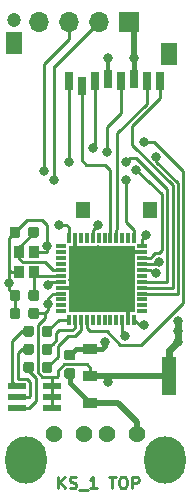
<source format=gbr>
G04 #@! TF.GenerationSoftware,KiCad,Pcbnew,(5.0.2)-1*
G04 #@! TF.CreationDate,2022-05-07T19:17:55+02:00*
G04 #@! TF.ProjectId,Pendrive_v1,50656e64-7269-4766-955f-76312e6b6963,rev?*
G04 #@! TF.SameCoordinates,Original*
G04 #@! TF.FileFunction,Copper,L1,Top*
G04 #@! TF.FilePolarity,Positive*
%FSLAX46Y46*%
G04 Gerber Fmt 4.6, Leading zero omitted, Abs format (unit mm)*
G04 Created by KiCad (PCBNEW (5.0.2)-1) date 07.05.2022 19:17:55*
%MOMM*%
%LPD*%
G01*
G04 APERTURE LIST*
G04 #@! TA.AperFunction,NonConductor*
%ADD10C,0.250000*%
G04 #@! TD*
G04 #@! TA.AperFunction,SMDPad,CuDef*
%ADD11R,5.650000X5.650000*%
G04 #@! TD*
G04 #@! TA.AperFunction,SMDPad,CuDef*
%ADD12R,0.300000X0.850000*%
G04 #@! TD*
G04 #@! TA.AperFunction,SMDPad,CuDef*
%ADD13R,0.850000X0.300000*%
G04 #@! TD*
G04 #@! TA.AperFunction,ComponentPad*
%ADD14O,1.700000X1.700000*%
G04 #@! TD*
G04 #@! TA.AperFunction,ComponentPad*
%ADD15R,1.700000X1.700000*%
G04 #@! TD*
G04 #@! TA.AperFunction,ComponentPad*
%ADD16C,1.431000*%
G04 #@! TD*
G04 #@! TA.AperFunction,ComponentPad*
%ADD17O,3.500000X4.000000*%
G04 #@! TD*
G04 #@! TA.AperFunction,SMDPad,CuDef*
%ADD18R,1.400000X1.900000*%
G04 #@! TD*
G04 #@! TA.AperFunction,SMDPad,CuDef*
%ADD19R,1.300000X1.400000*%
G04 #@! TD*
G04 #@! TA.AperFunction,SMDPad,CuDef*
%ADD20R,0.800000X1.500000*%
G04 #@! TD*
G04 #@! TA.AperFunction,SMDPad,CuDef*
%ADD21R,0.900000X1.000000*%
G04 #@! TD*
G04 #@! TA.AperFunction,Conductor*
%ADD22C,0.100000*%
G04 #@! TD*
G04 #@! TA.AperFunction,SMDPad,CuDef*
%ADD23C,0.875000*%
G04 #@! TD*
G04 #@! TA.AperFunction,SMDPad,CuDef*
%ADD24R,1.300000X0.950000*%
G04 #@! TD*
G04 #@! TA.AperFunction,SMDPad,CuDef*
%ADD25R,1.300000X3.250000*%
G04 #@! TD*
G04 #@! TA.AperFunction,SMDPad,CuDef*
%ADD26R,1.600000X0.500000*%
G04 #@! TD*
G04 #@! TA.AperFunction,ViaPad*
%ADD27C,0.800000*%
G04 #@! TD*
G04 #@! TA.AperFunction,ViaPad*
%ADD28C,1.200000*%
G04 #@! TD*
G04 #@! TA.AperFunction,Conductor*
%ADD29C,0.250000*%
G04 #@! TD*
G04 #@! TA.AperFunction,Conductor*
%ADD30C,0.350000*%
G04 #@! TD*
G04 #@! TA.AperFunction,Conductor*
%ADD31C,0.400000*%
G04 #@! TD*
G04 #@! TA.AperFunction,Conductor*
%ADD32C,0.300000*%
G04 #@! TD*
G04 #@! TA.AperFunction,Conductor*
%ADD33C,0.500000*%
G04 #@! TD*
G04 #@! TA.AperFunction,Conductor*
%ADD34C,0.600000*%
G04 #@! TD*
G04 APERTURE END LIST*
D10*
X105119047Y-140952380D02*
X105119047Y-139952380D01*
X105690476Y-140952380D02*
X105261904Y-140380952D01*
X105690476Y-139952380D02*
X105119047Y-140523809D01*
X106071428Y-140904761D02*
X106214285Y-140952380D01*
X106452380Y-140952380D01*
X106547619Y-140904761D01*
X106595238Y-140857142D01*
X106642857Y-140761904D01*
X106642857Y-140666666D01*
X106595238Y-140571428D01*
X106547619Y-140523809D01*
X106452380Y-140476190D01*
X106261904Y-140428571D01*
X106166666Y-140380952D01*
X106119047Y-140333333D01*
X106071428Y-140238095D01*
X106071428Y-140142857D01*
X106119047Y-140047619D01*
X106166666Y-140000000D01*
X106261904Y-139952380D01*
X106500000Y-139952380D01*
X106642857Y-140000000D01*
X106833333Y-141047619D02*
X107595238Y-141047619D01*
X108357142Y-140952380D02*
X107785714Y-140952380D01*
X108071428Y-140952380D02*
X108071428Y-139952380D01*
X107976190Y-140095238D01*
X107880952Y-140190476D01*
X107785714Y-140238095D01*
X109404761Y-139952380D02*
X109976190Y-139952380D01*
X109690476Y-140952380D02*
X109690476Y-139952380D01*
X110500000Y-139952380D02*
X110690476Y-139952380D01*
X110785714Y-140000000D01*
X110880952Y-140095238D01*
X110928571Y-140285714D01*
X110928571Y-140619047D01*
X110880952Y-140809523D01*
X110785714Y-140904761D01*
X110690476Y-140952380D01*
X110500000Y-140952380D01*
X110404761Y-140904761D01*
X110309523Y-140809523D01*
X110261904Y-140619047D01*
X110261904Y-140285714D01*
X110309523Y-140095238D01*
X110404761Y-140000000D01*
X110500000Y-139952380D01*
X111357142Y-140952380D02*
X111357142Y-139952380D01*
X111738095Y-139952380D01*
X111833333Y-140000000D01*
X111880952Y-140047619D01*
X111928571Y-140142857D01*
X111928571Y-140285714D01*
X111880952Y-140380952D01*
X111833333Y-140428571D01*
X111738095Y-140476190D01*
X111357142Y-140476190D01*
D11*
G04 #@! TO.P,IC1,49*
G04 #@! TO.N,GND*
X108785000Y-123206000D03*
D12*
G04 #@! TO.P,IC1,48*
G04 #@! TO.N,+3V3*
X106035000Y-119756000D03*
G04 #@! TO.P,IC1,47*
G04 #@! TO.N,GND*
X106535000Y-119756000D03*
G04 #@! TO.P,IC1,46*
G04 #@! TO.N,Net-(IC1-Pad46)*
X107035000Y-119756000D03*
G04 #@! TO.P,IC1,45*
G04 #@! TO.N,Net-(IC1-Pad45)*
X107535000Y-119756000D03*
G04 #@! TO.P,IC1,44*
G04 #@! TO.N,Net-(IC1-Pad44)*
X108035000Y-119756000D03*
G04 #@! TO.P,IC1,43*
G04 #@! TO.N,Net-(IC1-Pad43)*
X108535000Y-119756000D03*
G04 #@! TO.P,IC1,42*
G04 #@! TO.N,Net-(IC1-Pad42)*
X109035000Y-119756000D03*
G04 #@! TO.P,IC1,41*
G04 #@! TO.N,/D3*
X109535000Y-119756000D03*
G04 #@! TO.P,IC1,40*
G04 #@! TO.N,/D0*
X110035000Y-119756000D03*
G04 #@! TO.P,IC1,39*
G04 #@! TO.N,Net-(IC1-Pad39)*
X110535000Y-119756000D03*
G04 #@! TO.P,IC1,38*
G04 #@! TO.N,Net-(IC1-Pad38)*
X111035000Y-119756000D03*
G04 #@! TO.P,IC1,37*
G04 #@! TO.N,/DEB-CLK*
X111535000Y-119756000D03*
D13*
G04 #@! TO.P,IC1,36*
G04 #@! TO.N,+3V3*
X112235000Y-120456000D03*
G04 #@! TO.P,IC1,35*
G04 #@! TO.N,GND*
X112235000Y-120956000D03*
G04 #@! TO.P,IC1,34*
G04 #@! TO.N,/DEB-IO*
X112235000Y-121456000D03*
G04 #@! TO.P,IC1,33*
G04 #@! TO.N,/D+*
X112235000Y-121956000D03*
G04 #@! TO.P,IC1,32*
G04 #@! TO.N,/D-*
X112235000Y-122456000D03*
G04 #@! TO.P,IC1,31*
G04 #@! TO.N,Net-(IC1-Pad31)*
X112235000Y-122956000D03*
G04 #@! TO.P,IC1,30*
G04 #@! TO.N,/D2*
X112235000Y-123456000D03*
G04 #@! TO.P,IC1,29*
G04 #@! TO.N,/D1*
X112235000Y-123956000D03*
G04 #@! TO.P,IC1,28*
G04 #@! TO.N,/CLK*
X112235000Y-124456000D03*
G04 #@! TO.P,IC1,27*
G04 #@! TO.N,Net-(IC1-Pad27)*
X112235000Y-124956000D03*
G04 #@! TO.P,IC1,26*
G04 #@! TO.N,Net-(IC1-Pad26)*
X112235000Y-125456000D03*
G04 #@! TO.P,IC1,25*
G04 #@! TO.N,Net-(IC1-Pad25)*
X112235000Y-125956000D03*
D12*
G04 #@! TO.P,IC1,24*
G04 #@! TO.N,+3V3*
X111535000Y-126656000D03*
G04 #@! TO.P,IC1,23*
G04 #@! TO.N,GND*
X111035000Y-126656000D03*
G04 #@! TO.P,IC1,22*
G04 #@! TO.N,Net-(C12-Pad1)*
X110535000Y-126656000D03*
G04 #@! TO.P,IC1,21*
G04 #@! TO.N,Net-(IC1-Pad21)*
X110035000Y-126656000D03*
G04 #@! TO.P,IC1,20*
G04 #@! TO.N,Net-(IC1-Pad20)*
X109535000Y-126656000D03*
G04 #@! TO.P,IC1,19*
G04 #@! TO.N,Net-(IC1-Pad19)*
X109035000Y-126656000D03*
G04 #@! TO.P,IC1,18*
G04 #@! TO.N,Net-(IC1-Pad18)*
X108535000Y-126656000D03*
G04 #@! TO.P,IC1,17*
G04 #@! TO.N,Net-(IC1-Pad17)*
X108035000Y-126656000D03*
G04 #@! TO.P,IC1,16*
G04 #@! TO.N,/CMD*
X107535000Y-126656000D03*
G04 #@! TO.P,IC1,15*
G04 #@! TO.N,/LD_B*
X107035000Y-126656000D03*
G04 #@! TO.P,IC1,14*
G04 #@! TO.N,/LD_G*
X106535000Y-126656000D03*
G04 #@! TO.P,IC1,13*
G04 #@! TO.N,/LD_R*
X106035000Y-126656000D03*
D13*
G04 #@! TO.P,IC1,12*
G04 #@! TO.N,Net-(IC1-Pad12)*
X105335000Y-125956000D03*
G04 #@! TO.P,IC1,11*
G04 #@! TO.N,Net-(IC1-Pad11)*
X105335000Y-125456000D03*
G04 #@! TO.P,IC1,10*
G04 #@! TO.N,Net-(IC1-Pad10)*
X105335000Y-124956000D03*
G04 #@! TO.P,IC1,9*
G04 #@! TO.N,+3V3*
X105335000Y-124456000D03*
G04 #@! TO.P,IC1,8*
G04 #@! TO.N,GND*
X105335000Y-123956000D03*
G04 #@! TO.P,IC1,7*
G04 #@! TO.N,Net-(C9-Pad1)*
X105335000Y-123456000D03*
G04 #@! TO.P,IC1,6*
G04 #@! TO.N,Net-(C5-Pad1)*
X105335000Y-122956000D03*
G04 #@! TO.P,IC1,5*
G04 #@! TO.N,Net-(C6-Pad1)*
X105335000Y-122456000D03*
G04 #@! TO.P,IC1,4*
G04 #@! TO.N,Net-(IC1-Pad4)*
X105335000Y-121956000D03*
G04 #@! TO.P,IC1,3*
G04 #@! TO.N,Net-(IC1-Pad3)*
X105335000Y-121456000D03*
G04 #@! TO.P,IC1,2*
G04 #@! TO.N,Net-(IC1-Pad2)*
X105335000Y-120956000D03*
G04 #@! TO.P,IC1,1*
G04 #@! TO.N,Net-(IC1-Pad1)*
X105335000Y-120456000D03*
G04 #@! TD*
D14*
G04 #@! TO.P,J3,4*
G04 #@! TO.N,+3V3*
X103505000Y-101446000D03*
G04 #@! TO.P,J3,3*
G04 #@! TO.N,/DEB-IO*
X106045000Y-101446000D03*
G04 #@! TO.P,J3,2*
G04 #@! TO.N,/DEB-CLK*
X108585000Y-101446000D03*
D15*
G04 #@! TO.P,J3,1*
G04 #@! TO.N,GND*
X111125000Y-101446000D03*
G04 #@! TD*
D16*
G04 #@! TO.P,J2,1*
G04 #@! TO.N,+5V*
X111760000Y-136379000D03*
G04 #@! TO.P,J2,2*
G04 #@! TO.N,Net-(J2-Pad2)*
X109260000Y-136379000D03*
G04 #@! TO.P,J2,3*
G04 #@! TO.N,Net-(J2-Pad3)*
X107260000Y-136379000D03*
G04 #@! TO.P,J2,4*
G04 #@! TO.N,GND*
X104760000Y-136379000D03*
D17*
G04 #@! TO.P,J2,MH1*
X102410000Y-138579000D03*
G04 #@! TO.P,J2,MH2*
X114110000Y-138579000D03*
G04 #@! TD*
D18*
G04 #@! TO.P,J1,13*
G04 #@! TO.N,N/C*
X101350000Y-103209000D03*
G04 #@! TO.P,J1,12*
X114500000Y-104209000D03*
D19*
G04 #@! TO.P,J1,11*
X107200000Y-117359000D03*
G04 #@! TO.P,J1,9*
X112900000Y-117359000D03*
D20*
G04 #@! TO.P,J1,8*
G04 #@! TO.N,/D1*
X113710000Y-106499000D03*
G04 #@! TO.P,J1,7*
G04 #@! TO.N,/D0*
X112610000Y-106499000D03*
G04 #@! TO.P,J1,6*
G04 #@! TO.N,GND*
X111510000Y-106299000D03*
G04 #@! TO.P,J1,5*
G04 #@! TO.N,/CLK*
X110410000Y-106499000D03*
G04 #@! TO.P,J1,4*
G04 #@! TO.N,+3V3*
X109310000Y-106299000D03*
G04 #@! TO.P,J1,3*
G04 #@! TO.N,/CMD*
X108210000Y-106499000D03*
G04 #@! TO.P,J1,2*
G04 #@! TO.N,/D3*
X107110000Y-106899000D03*
G04 #@! TO.P,J1,1*
G04 #@! TO.N,/D2*
X106010000Y-106499000D03*
G04 #@! TD*
D21*
G04 #@! TO.P,Y1,1*
G04 #@! TO.N,Net-(C5-Pad1)*
X103048000Y-122618000D03*
G04 #@! TO.P,Y1,2*
G04 #@! TO.N,GND*
X103048000Y-120968000D03*
G04 #@! TO.P,Y1,3*
G04 #@! TO.N,Net-(C6-Pad1)*
X101822000Y-120968000D03*
G04 #@! TO.P,Y1,4*
G04 #@! TO.N,GND*
X101822000Y-122618000D03*
G04 #@! TD*
D22*
G04 #@! TO.N,+5V*
G04 #@! TO.C,C16*
G36*
X106373491Y-130780053D02*
X106394726Y-130783203D01*
X106415550Y-130788419D01*
X106435762Y-130795651D01*
X106455168Y-130804830D01*
X106473581Y-130815866D01*
X106490824Y-130828654D01*
X106506730Y-130843070D01*
X106521146Y-130858976D01*
X106533934Y-130876219D01*
X106544970Y-130894632D01*
X106554149Y-130914038D01*
X106561381Y-130934250D01*
X106566597Y-130955074D01*
X106569747Y-130976309D01*
X106570800Y-130997750D01*
X106570800Y-131435250D01*
X106569747Y-131456691D01*
X106566597Y-131477926D01*
X106561381Y-131498750D01*
X106554149Y-131518962D01*
X106544970Y-131538368D01*
X106533934Y-131556781D01*
X106521146Y-131574024D01*
X106506730Y-131589930D01*
X106490824Y-131604346D01*
X106473581Y-131617134D01*
X106455168Y-131628170D01*
X106435762Y-131637349D01*
X106415550Y-131644581D01*
X106394726Y-131649797D01*
X106373491Y-131652947D01*
X106352050Y-131654000D01*
X105839550Y-131654000D01*
X105818109Y-131652947D01*
X105796874Y-131649797D01*
X105776050Y-131644581D01*
X105755838Y-131637349D01*
X105736432Y-131628170D01*
X105718019Y-131617134D01*
X105700776Y-131604346D01*
X105684870Y-131589930D01*
X105670454Y-131574024D01*
X105657666Y-131556781D01*
X105646630Y-131538368D01*
X105637451Y-131518962D01*
X105630219Y-131498750D01*
X105625003Y-131477926D01*
X105621853Y-131456691D01*
X105620800Y-131435250D01*
X105620800Y-130997750D01*
X105621853Y-130976309D01*
X105625003Y-130955074D01*
X105630219Y-130934250D01*
X105637451Y-130914038D01*
X105646630Y-130894632D01*
X105657666Y-130876219D01*
X105670454Y-130858976D01*
X105684870Y-130843070D01*
X105700776Y-130828654D01*
X105718019Y-130815866D01*
X105736432Y-130804830D01*
X105755838Y-130795651D01*
X105776050Y-130788419D01*
X105796874Y-130783203D01*
X105818109Y-130780053D01*
X105839550Y-130779000D01*
X106352050Y-130779000D01*
X106373491Y-130780053D01*
X106373491Y-130780053D01*
G37*
D23*
G04 #@! TD*
G04 #@! TO.P,C16,2*
G04 #@! TO.N,+5V*
X106095800Y-131216500D03*
D22*
G04 #@! TO.N,GND*
G04 #@! TO.C,C16*
G36*
X106373491Y-129205053D02*
X106394726Y-129208203D01*
X106415550Y-129213419D01*
X106435762Y-129220651D01*
X106455168Y-129229830D01*
X106473581Y-129240866D01*
X106490824Y-129253654D01*
X106506730Y-129268070D01*
X106521146Y-129283976D01*
X106533934Y-129301219D01*
X106544970Y-129319632D01*
X106554149Y-129339038D01*
X106561381Y-129359250D01*
X106566597Y-129380074D01*
X106569747Y-129401309D01*
X106570800Y-129422750D01*
X106570800Y-129860250D01*
X106569747Y-129881691D01*
X106566597Y-129902926D01*
X106561381Y-129923750D01*
X106554149Y-129943962D01*
X106544970Y-129963368D01*
X106533934Y-129981781D01*
X106521146Y-129999024D01*
X106506730Y-130014930D01*
X106490824Y-130029346D01*
X106473581Y-130042134D01*
X106455168Y-130053170D01*
X106435762Y-130062349D01*
X106415550Y-130069581D01*
X106394726Y-130074797D01*
X106373491Y-130077947D01*
X106352050Y-130079000D01*
X105839550Y-130079000D01*
X105818109Y-130077947D01*
X105796874Y-130074797D01*
X105776050Y-130069581D01*
X105755838Y-130062349D01*
X105736432Y-130053170D01*
X105718019Y-130042134D01*
X105700776Y-130029346D01*
X105684870Y-130014930D01*
X105670454Y-129999024D01*
X105657666Y-129981781D01*
X105646630Y-129963368D01*
X105637451Y-129943962D01*
X105630219Y-129923750D01*
X105625003Y-129902926D01*
X105621853Y-129881691D01*
X105620800Y-129860250D01*
X105620800Y-129422750D01*
X105621853Y-129401309D01*
X105625003Y-129380074D01*
X105630219Y-129359250D01*
X105637451Y-129339038D01*
X105646630Y-129319632D01*
X105657666Y-129301219D01*
X105670454Y-129283976D01*
X105684870Y-129268070D01*
X105700776Y-129253654D01*
X105718019Y-129240866D01*
X105736432Y-129229830D01*
X105755838Y-129220651D01*
X105776050Y-129213419D01*
X105796874Y-129208203D01*
X105818109Y-129205053D01*
X105839550Y-129204000D01*
X106352050Y-129204000D01*
X106373491Y-129205053D01*
X106373491Y-129205053D01*
G37*
D23*
G04 #@! TD*
G04 #@! TO.P,C16,1*
G04 #@! TO.N,GND*
X106095800Y-129641500D03*
D22*
G04 #@! TO.N,/LD_R*
G04 #@! TO.C,R1*
G36*
X104421691Y-127161053D02*
X104442926Y-127164203D01*
X104463750Y-127169419D01*
X104483962Y-127176651D01*
X104503368Y-127185830D01*
X104521781Y-127196866D01*
X104539024Y-127209654D01*
X104554930Y-127224070D01*
X104569346Y-127239976D01*
X104582134Y-127257219D01*
X104593170Y-127275632D01*
X104602349Y-127295038D01*
X104609581Y-127315250D01*
X104614797Y-127336074D01*
X104617947Y-127357309D01*
X104619000Y-127378750D01*
X104619000Y-127891250D01*
X104617947Y-127912691D01*
X104614797Y-127933926D01*
X104609581Y-127954750D01*
X104602349Y-127974962D01*
X104593170Y-127994368D01*
X104582134Y-128012781D01*
X104569346Y-128030024D01*
X104554930Y-128045930D01*
X104539024Y-128060346D01*
X104521781Y-128073134D01*
X104503368Y-128084170D01*
X104483962Y-128093349D01*
X104463750Y-128100581D01*
X104442926Y-128105797D01*
X104421691Y-128108947D01*
X104400250Y-128110000D01*
X103962750Y-128110000D01*
X103941309Y-128108947D01*
X103920074Y-128105797D01*
X103899250Y-128100581D01*
X103879038Y-128093349D01*
X103859632Y-128084170D01*
X103841219Y-128073134D01*
X103823976Y-128060346D01*
X103808070Y-128045930D01*
X103793654Y-128030024D01*
X103780866Y-128012781D01*
X103769830Y-127994368D01*
X103760651Y-127974962D01*
X103753419Y-127954750D01*
X103748203Y-127933926D01*
X103745053Y-127912691D01*
X103744000Y-127891250D01*
X103744000Y-127378750D01*
X103745053Y-127357309D01*
X103748203Y-127336074D01*
X103753419Y-127315250D01*
X103760651Y-127295038D01*
X103769830Y-127275632D01*
X103780866Y-127257219D01*
X103793654Y-127239976D01*
X103808070Y-127224070D01*
X103823976Y-127209654D01*
X103841219Y-127196866D01*
X103859632Y-127185830D01*
X103879038Y-127176651D01*
X103899250Y-127169419D01*
X103920074Y-127164203D01*
X103941309Y-127161053D01*
X103962750Y-127160000D01*
X104400250Y-127160000D01*
X104421691Y-127161053D01*
X104421691Y-127161053D01*
G37*
D23*
G04 #@! TD*
G04 #@! TO.P,R1,1*
G04 #@! TO.N,/LD_R*
X104181500Y-127635000D03*
D22*
G04 #@! TO.N,Net-(LED1-Pad1)*
G04 #@! TO.C,R1*
G36*
X102846691Y-127161053D02*
X102867926Y-127164203D01*
X102888750Y-127169419D01*
X102908962Y-127176651D01*
X102928368Y-127185830D01*
X102946781Y-127196866D01*
X102964024Y-127209654D01*
X102979930Y-127224070D01*
X102994346Y-127239976D01*
X103007134Y-127257219D01*
X103018170Y-127275632D01*
X103027349Y-127295038D01*
X103034581Y-127315250D01*
X103039797Y-127336074D01*
X103042947Y-127357309D01*
X103044000Y-127378750D01*
X103044000Y-127891250D01*
X103042947Y-127912691D01*
X103039797Y-127933926D01*
X103034581Y-127954750D01*
X103027349Y-127974962D01*
X103018170Y-127994368D01*
X103007134Y-128012781D01*
X102994346Y-128030024D01*
X102979930Y-128045930D01*
X102964024Y-128060346D01*
X102946781Y-128073134D01*
X102928368Y-128084170D01*
X102908962Y-128093349D01*
X102888750Y-128100581D01*
X102867926Y-128105797D01*
X102846691Y-128108947D01*
X102825250Y-128110000D01*
X102387750Y-128110000D01*
X102366309Y-128108947D01*
X102345074Y-128105797D01*
X102324250Y-128100581D01*
X102304038Y-128093349D01*
X102284632Y-128084170D01*
X102266219Y-128073134D01*
X102248976Y-128060346D01*
X102233070Y-128045930D01*
X102218654Y-128030024D01*
X102205866Y-128012781D01*
X102194830Y-127994368D01*
X102185651Y-127974962D01*
X102178419Y-127954750D01*
X102173203Y-127933926D01*
X102170053Y-127912691D01*
X102169000Y-127891250D01*
X102169000Y-127378750D01*
X102170053Y-127357309D01*
X102173203Y-127336074D01*
X102178419Y-127315250D01*
X102185651Y-127295038D01*
X102194830Y-127275632D01*
X102205866Y-127257219D01*
X102218654Y-127239976D01*
X102233070Y-127224070D01*
X102248976Y-127209654D01*
X102266219Y-127196866D01*
X102284632Y-127185830D01*
X102304038Y-127176651D01*
X102324250Y-127169419D01*
X102345074Y-127164203D01*
X102366309Y-127161053D01*
X102387750Y-127160000D01*
X102825250Y-127160000D01*
X102846691Y-127161053D01*
X102846691Y-127161053D01*
G37*
D23*
G04 #@! TD*
G04 #@! TO.P,R1,2*
G04 #@! TO.N,Net-(LED1-Pad1)*
X102606500Y-127635000D03*
D22*
G04 #@! TO.N,Net-(LED1-Pad2)*
G04 #@! TO.C,R2*
G36*
X102846691Y-128685053D02*
X102867926Y-128688203D01*
X102888750Y-128693419D01*
X102908962Y-128700651D01*
X102928368Y-128709830D01*
X102946781Y-128720866D01*
X102964024Y-128733654D01*
X102979930Y-128748070D01*
X102994346Y-128763976D01*
X103007134Y-128781219D01*
X103018170Y-128799632D01*
X103027349Y-128819038D01*
X103034581Y-128839250D01*
X103039797Y-128860074D01*
X103042947Y-128881309D01*
X103044000Y-128902750D01*
X103044000Y-129415250D01*
X103042947Y-129436691D01*
X103039797Y-129457926D01*
X103034581Y-129478750D01*
X103027349Y-129498962D01*
X103018170Y-129518368D01*
X103007134Y-129536781D01*
X102994346Y-129554024D01*
X102979930Y-129569930D01*
X102964024Y-129584346D01*
X102946781Y-129597134D01*
X102928368Y-129608170D01*
X102908962Y-129617349D01*
X102888750Y-129624581D01*
X102867926Y-129629797D01*
X102846691Y-129632947D01*
X102825250Y-129634000D01*
X102387750Y-129634000D01*
X102366309Y-129632947D01*
X102345074Y-129629797D01*
X102324250Y-129624581D01*
X102304038Y-129617349D01*
X102284632Y-129608170D01*
X102266219Y-129597134D01*
X102248976Y-129584346D01*
X102233070Y-129569930D01*
X102218654Y-129554024D01*
X102205866Y-129536781D01*
X102194830Y-129518368D01*
X102185651Y-129498962D01*
X102178419Y-129478750D01*
X102173203Y-129457926D01*
X102170053Y-129436691D01*
X102169000Y-129415250D01*
X102169000Y-128902750D01*
X102170053Y-128881309D01*
X102173203Y-128860074D01*
X102178419Y-128839250D01*
X102185651Y-128819038D01*
X102194830Y-128799632D01*
X102205866Y-128781219D01*
X102218654Y-128763976D01*
X102233070Y-128748070D01*
X102248976Y-128733654D01*
X102266219Y-128720866D01*
X102284632Y-128709830D01*
X102304038Y-128700651D01*
X102324250Y-128693419D01*
X102345074Y-128688203D01*
X102366309Y-128685053D01*
X102387750Y-128684000D01*
X102825250Y-128684000D01*
X102846691Y-128685053D01*
X102846691Y-128685053D01*
G37*
D23*
G04 #@! TD*
G04 #@! TO.P,R2,2*
G04 #@! TO.N,Net-(LED1-Pad2)*
X102606500Y-129159000D03*
D22*
G04 #@! TO.N,/LD_G*
G04 #@! TO.C,R2*
G36*
X104421691Y-128685053D02*
X104442926Y-128688203D01*
X104463750Y-128693419D01*
X104483962Y-128700651D01*
X104503368Y-128709830D01*
X104521781Y-128720866D01*
X104539024Y-128733654D01*
X104554930Y-128748070D01*
X104569346Y-128763976D01*
X104582134Y-128781219D01*
X104593170Y-128799632D01*
X104602349Y-128819038D01*
X104609581Y-128839250D01*
X104614797Y-128860074D01*
X104617947Y-128881309D01*
X104619000Y-128902750D01*
X104619000Y-129415250D01*
X104617947Y-129436691D01*
X104614797Y-129457926D01*
X104609581Y-129478750D01*
X104602349Y-129498962D01*
X104593170Y-129518368D01*
X104582134Y-129536781D01*
X104569346Y-129554024D01*
X104554930Y-129569930D01*
X104539024Y-129584346D01*
X104521781Y-129597134D01*
X104503368Y-129608170D01*
X104483962Y-129617349D01*
X104463750Y-129624581D01*
X104442926Y-129629797D01*
X104421691Y-129632947D01*
X104400250Y-129634000D01*
X103962750Y-129634000D01*
X103941309Y-129632947D01*
X103920074Y-129629797D01*
X103899250Y-129624581D01*
X103879038Y-129617349D01*
X103859632Y-129608170D01*
X103841219Y-129597134D01*
X103823976Y-129584346D01*
X103808070Y-129569930D01*
X103793654Y-129554024D01*
X103780866Y-129536781D01*
X103769830Y-129518368D01*
X103760651Y-129498962D01*
X103753419Y-129478750D01*
X103748203Y-129457926D01*
X103745053Y-129436691D01*
X103744000Y-129415250D01*
X103744000Y-128902750D01*
X103745053Y-128881309D01*
X103748203Y-128860074D01*
X103753419Y-128839250D01*
X103760651Y-128819038D01*
X103769830Y-128799632D01*
X103780866Y-128781219D01*
X103793654Y-128763976D01*
X103808070Y-128748070D01*
X103823976Y-128733654D01*
X103841219Y-128720866D01*
X103859632Y-128709830D01*
X103879038Y-128700651D01*
X103899250Y-128693419D01*
X103920074Y-128688203D01*
X103941309Y-128685053D01*
X103962750Y-128684000D01*
X104400250Y-128684000D01*
X104421691Y-128685053D01*
X104421691Y-128685053D01*
G37*
D23*
G04 #@! TD*
G04 #@! TO.P,R2,1*
G04 #@! TO.N,/LD_G*
X104181500Y-129159000D03*
D22*
G04 #@! TO.N,/LD_B*
G04 #@! TO.C,R3*
G36*
X104421691Y-130209053D02*
X104442926Y-130212203D01*
X104463750Y-130217419D01*
X104483962Y-130224651D01*
X104503368Y-130233830D01*
X104521781Y-130244866D01*
X104539024Y-130257654D01*
X104554930Y-130272070D01*
X104569346Y-130287976D01*
X104582134Y-130305219D01*
X104593170Y-130323632D01*
X104602349Y-130343038D01*
X104609581Y-130363250D01*
X104614797Y-130384074D01*
X104617947Y-130405309D01*
X104619000Y-130426750D01*
X104619000Y-130939250D01*
X104617947Y-130960691D01*
X104614797Y-130981926D01*
X104609581Y-131002750D01*
X104602349Y-131022962D01*
X104593170Y-131042368D01*
X104582134Y-131060781D01*
X104569346Y-131078024D01*
X104554930Y-131093930D01*
X104539024Y-131108346D01*
X104521781Y-131121134D01*
X104503368Y-131132170D01*
X104483962Y-131141349D01*
X104463750Y-131148581D01*
X104442926Y-131153797D01*
X104421691Y-131156947D01*
X104400250Y-131158000D01*
X103962750Y-131158000D01*
X103941309Y-131156947D01*
X103920074Y-131153797D01*
X103899250Y-131148581D01*
X103879038Y-131141349D01*
X103859632Y-131132170D01*
X103841219Y-131121134D01*
X103823976Y-131108346D01*
X103808070Y-131093930D01*
X103793654Y-131078024D01*
X103780866Y-131060781D01*
X103769830Y-131042368D01*
X103760651Y-131022962D01*
X103753419Y-131002750D01*
X103748203Y-130981926D01*
X103745053Y-130960691D01*
X103744000Y-130939250D01*
X103744000Y-130426750D01*
X103745053Y-130405309D01*
X103748203Y-130384074D01*
X103753419Y-130363250D01*
X103760651Y-130343038D01*
X103769830Y-130323632D01*
X103780866Y-130305219D01*
X103793654Y-130287976D01*
X103808070Y-130272070D01*
X103823976Y-130257654D01*
X103841219Y-130244866D01*
X103859632Y-130233830D01*
X103879038Y-130224651D01*
X103899250Y-130217419D01*
X103920074Y-130212203D01*
X103941309Y-130209053D01*
X103962750Y-130208000D01*
X104400250Y-130208000D01*
X104421691Y-130209053D01*
X104421691Y-130209053D01*
G37*
D23*
G04 #@! TD*
G04 #@! TO.P,R3,1*
G04 #@! TO.N,/LD_B*
X104181500Y-130683000D03*
D22*
G04 #@! TO.N,Net-(LED1-Pad3)*
G04 #@! TO.C,R3*
G36*
X102846691Y-130209053D02*
X102867926Y-130212203D01*
X102888750Y-130217419D01*
X102908962Y-130224651D01*
X102928368Y-130233830D01*
X102946781Y-130244866D01*
X102964024Y-130257654D01*
X102979930Y-130272070D01*
X102994346Y-130287976D01*
X103007134Y-130305219D01*
X103018170Y-130323632D01*
X103027349Y-130343038D01*
X103034581Y-130363250D01*
X103039797Y-130384074D01*
X103042947Y-130405309D01*
X103044000Y-130426750D01*
X103044000Y-130939250D01*
X103042947Y-130960691D01*
X103039797Y-130981926D01*
X103034581Y-131002750D01*
X103027349Y-131022962D01*
X103018170Y-131042368D01*
X103007134Y-131060781D01*
X102994346Y-131078024D01*
X102979930Y-131093930D01*
X102964024Y-131108346D01*
X102946781Y-131121134D01*
X102928368Y-131132170D01*
X102908962Y-131141349D01*
X102888750Y-131148581D01*
X102867926Y-131153797D01*
X102846691Y-131156947D01*
X102825250Y-131158000D01*
X102387750Y-131158000D01*
X102366309Y-131156947D01*
X102345074Y-131153797D01*
X102324250Y-131148581D01*
X102304038Y-131141349D01*
X102284632Y-131132170D01*
X102266219Y-131121134D01*
X102248976Y-131108346D01*
X102233070Y-131093930D01*
X102218654Y-131078024D01*
X102205866Y-131060781D01*
X102194830Y-131042368D01*
X102185651Y-131022962D01*
X102178419Y-131002750D01*
X102173203Y-130981926D01*
X102170053Y-130960691D01*
X102169000Y-130939250D01*
X102169000Y-130426750D01*
X102170053Y-130405309D01*
X102173203Y-130384074D01*
X102178419Y-130363250D01*
X102185651Y-130343038D01*
X102194830Y-130323632D01*
X102205866Y-130305219D01*
X102218654Y-130287976D01*
X102233070Y-130272070D01*
X102248976Y-130257654D01*
X102266219Y-130244866D01*
X102284632Y-130233830D01*
X102304038Y-130224651D01*
X102324250Y-130217419D01*
X102345074Y-130212203D01*
X102366309Y-130209053D01*
X102387750Y-130208000D01*
X102825250Y-130208000D01*
X102846691Y-130209053D01*
X102846691Y-130209053D01*
G37*
D23*
G04 #@! TD*
G04 #@! TO.P,R3,2*
G04 #@! TO.N,Net-(LED1-Pad3)*
X102606500Y-130683000D03*
D24*
G04 #@! TO.P,IC2,1*
G04 #@! TO.N,GND*
X107810000Y-129163000D03*
G04 #@! TO.P,IC2,2*
G04 #@! TO.N,+3V3*
X107810000Y-131453000D03*
G04 #@! TO.P,IC2,3*
G04 #@! TO.N,+5V*
X107810000Y-133743000D03*
D25*
G04 #@! TO.P,IC2,4*
G04 #@! TO.N,+3V3*
X114510000Y-131453000D03*
G04 #@! TD*
D26*
G04 #@! TO.P,LED1,1*
G04 #@! TO.N,Net-(LED1-Pad1)*
X101596000Y-132323000D03*
G04 #@! TO.P,LED1,2*
G04 #@! TO.N,Net-(LED1-Pad2)*
X101596000Y-133223000D03*
G04 #@! TO.P,LED1,3*
G04 #@! TO.N,Net-(LED1-Pad3)*
X101596000Y-134123000D03*
G04 #@! TO.P,LED1,4*
G04 #@! TO.N,+3V3*
X104546000Y-134123000D03*
G04 #@! TO.P,LED1,5*
X104546000Y-133223000D03*
G04 #@! TO.P,LED1,6*
X104546000Y-132323000D03*
G04 #@! TD*
D22*
G04 #@! TO.N,GND*
G04 #@! TO.C,C6*
G36*
X101687691Y-118779053D02*
X101708926Y-118782203D01*
X101729750Y-118787419D01*
X101749962Y-118794651D01*
X101769368Y-118803830D01*
X101787781Y-118814866D01*
X101805024Y-118827654D01*
X101820930Y-118842070D01*
X101835346Y-118857976D01*
X101848134Y-118875219D01*
X101859170Y-118893632D01*
X101868349Y-118913038D01*
X101875581Y-118933250D01*
X101880797Y-118954074D01*
X101883947Y-118975309D01*
X101885000Y-118996750D01*
X101885000Y-119509250D01*
X101883947Y-119530691D01*
X101880797Y-119551926D01*
X101875581Y-119572750D01*
X101868349Y-119592962D01*
X101859170Y-119612368D01*
X101848134Y-119630781D01*
X101835346Y-119648024D01*
X101820930Y-119663930D01*
X101805024Y-119678346D01*
X101787781Y-119691134D01*
X101769368Y-119702170D01*
X101749962Y-119711349D01*
X101729750Y-119718581D01*
X101708926Y-119723797D01*
X101687691Y-119726947D01*
X101666250Y-119728000D01*
X101228750Y-119728000D01*
X101207309Y-119726947D01*
X101186074Y-119723797D01*
X101165250Y-119718581D01*
X101145038Y-119711349D01*
X101125632Y-119702170D01*
X101107219Y-119691134D01*
X101089976Y-119678346D01*
X101074070Y-119663930D01*
X101059654Y-119648024D01*
X101046866Y-119630781D01*
X101035830Y-119612368D01*
X101026651Y-119592962D01*
X101019419Y-119572750D01*
X101014203Y-119551926D01*
X101011053Y-119530691D01*
X101010000Y-119509250D01*
X101010000Y-118996750D01*
X101011053Y-118975309D01*
X101014203Y-118954074D01*
X101019419Y-118933250D01*
X101026651Y-118913038D01*
X101035830Y-118893632D01*
X101046866Y-118875219D01*
X101059654Y-118857976D01*
X101074070Y-118842070D01*
X101089976Y-118827654D01*
X101107219Y-118814866D01*
X101125632Y-118803830D01*
X101145038Y-118794651D01*
X101165250Y-118787419D01*
X101186074Y-118782203D01*
X101207309Y-118779053D01*
X101228750Y-118778000D01*
X101666250Y-118778000D01*
X101687691Y-118779053D01*
X101687691Y-118779053D01*
G37*
D23*
G04 #@! TD*
G04 #@! TO.P,C6,2*
G04 #@! TO.N,GND*
X101447500Y-119253000D03*
D22*
G04 #@! TO.N,Net-(C6-Pad1)*
G04 #@! TO.C,C6*
G36*
X103262691Y-118779053D02*
X103283926Y-118782203D01*
X103304750Y-118787419D01*
X103324962Y-118794651D01*
X103344368Y-118803830D01*
X103362781Y-118814866D01*
X103380024Y-118827654D01*
X103395930Y-118842070D01*
X103410346Y-118857976D01*
X103423134Y-118875219D01*
X103434170Y-118893632D01*
X103443349Y-118913038D01*
X103450581Y-118933250D01*
X103455797Y-118954074D01*
X103458947Y-118975309D01*
X103460000Y-118996750D01*
X103460000Y-119509250D01*
X103458947Y-119530691D01*
X103455797Y-119551926D01*
X103450581Y-119572750D01*
X103443349Y-119592962D01*
X103434170Y-119612368D01*
X103423134Y-119630781D01*
X103410346Y-119648024D01*
X103395930Y-119663930D01*
X103380024Y-119678346D01*
X103362781Y-119691134D01*
X103344368Y-119702170D01*
X103324962Y-119711349D01*
X103304750Y-119718581D01*
X103283926Y-119723797D01*
X103262691Y-119726947D01*
X103241250Y-119728000D01*
X102803750Y-119728000D01*
X102782309Y-119726947D01*
X102761074Y-119723797D01*
X102740250Y-119718581D01*
X102720038Y-119711349D01*
X102700632Y-119702170D01*
X102682219Y-119691134D01*
X102664976Y-119678346D01*
X102649070Y-119663930D01*
X102634654Y-119648024D01*
X102621866Y-119630781D01*
X102610830Y-119612368D01*
X102601651Y-119592962D01*
X102594419Y-119572750D01*
X102589203Y-119551926D01*
X102586053Y-119530691D01*
X102585000Y-119509250D01*
X102585000Y-118996750D01*
X102586053Y-118975309D01*
X102589203Y-118954074D01*
X102594419Y-118933250D01*
X102601651Y-118913038D01*
X102610830Y-118893632D01*
X102621866Y-118875219D01*
X102634654Y-118857976D01*
X102649070Y-118842070D01*
X102664976Y-118827654D01*
X102682219Y-118814866D01*
X102700632Y-118803830D01*
X102720038Y-118794651D01*
X102740250Y-118787419D01*
X102761074Y-118782203D01*
X102782309Y-118779053D01*
X102803750Y-118778000D01*
X103241250Y-118778000D01*
X103262691Y-118779053D01*
X103262691Y-118779053D01*
G37*
D23*
G04 #@! TD*
G04 #@! TO.P,C6,1*
G04 #@! TO.N,Net-(C6-Pad1)*
X103022500Y-119253000D03*
D22*
G04 #@! TO.N,Net-(C5-Pad1)*
G04 #@! TO.C,C5*
G36*
X103262691Y-124129053D02*
X103283926Y-124132203D01*
X103304750Y-124137419D01*
X103324962Y-124144651D01*
X103344368Y-124153830D01*
X103362781Y-124164866D01*
X103380024Y-124177654D01*
X103395930Y-124192070D01*
X103410346Y-124207976D01*
X103423134Y-124225219D01*
X103434170Y-124243632D01*
X103443349Y-124263038D01*
X103450581Y-124283250D01*
X103455797Y-124304074D01*
X103458947Y-124325309D01*
X103460000Y-124346750D01*
X103460000Y-124859250D01*
X103458947Y-124880691D01*
X103455797Y-124901926D01*
X103450581Y-124922750D01*
X103443349Y-124942962D01*
X103434170Y-124962368D01*
X103423134Y-124980781D01*
X103410346Y-124998024D01*
X103395930Y-125013930D01*
X103380024Y-125028346D01*
X103362781Y-125041134D01*
X103344368Y-125052170D01*
X103324962Y-125061349D01*
X103304750Y-125068581D01*
X103283926Y-125073797D01*
X103262691Y-125076947D01*
X103241250Y-125078000D01*
X102803750Y-125078000D01*
X102782309Y-125076947D01*
X102761074Y-125073797D01*
X102740250Y-125068581D01*
X102720038Y-125061349D01*
X102700632Y-125052170D01*
X102682219Y-125041134D01*
X102664976Y-125028346D01*
X102649070Y-125013930D01*
X102634654Y-124998024D01*
X102621866Y-124980781D01*
X102610830Y-124962368D01*
X102601651Y-124942962D01*
X102594419Y-124922750D01*
X102589203Y-124901926D01*
X102586053Y-124880691D01*
X102585000Y-124859250D01*
X102585000Y-124346750D01*
X102586053Y-124325309D01*
X102589203Y-124304074D01*
X102594419Y-124283250D01*
X102601651Y-124263038D01*
X102610830Y-124243632D01*
X102621866Y-124225219D01*
X102634654Y-124207976D01*
X102649070Y-124192070D01*
X102664976Y-124177654D01*
X102682219Y-124164866D01*
X102700632Y-124153830D01*
X102720038Y-124144651D01*
X102740250Y-124137419D01*
X102761074Y-124132203D01*
X102782309Y-124129053D01*
X102803750Y-124128000D01*
X103241250Y-124128000D01*
X103262691Y-124129053D01*
X103262691Y-124129053D01*
G37*
D23*
G04 #@! TD*
G04 #@! TO.P,C5,1*
G04 #@! TO.N,Net-(C5-Pad1)*
X103022500Y-124603000D03*
D22*
G04 #@! TO.N,GND*
G04 #@! TO.C,C5*
G36*
X101687691Y-124129053D02*
X101708926Y-124132203D01*
X101729750Y-124137419D01*
X101749962Y-124144651D01*
X101769368Y-124153830D01*
X101787781Y-124164866D01*
X101805024Y-124177654D01*
X101820930Y-124192070D01*
X101835346Y-124207976D01*
X101848134Y-124225219D01*
X101859170Y-124243632D01*
X101868349Y-124263038D01*
X101875581Y-124283250D01*
X101880797Y-124304074D01*
X101883947Y-124325309D01*
X101885000Y-124346750D01*
X101885000Y-124859250D01*
X101883947Y-124880691D01*
X101880797Y-124901926D01*
X101875581Y-124922750D01*
X101868349Y-124942962D01*
X101859170Y-124962368D01*
X101848134Y-124980781D01*
X101835346Y-124998024D01*
X101820930Y-125013930D01*
X101805024Y-125028346D01*
X101787781Y-125041134D01*
X101769368Y-125052170D01*
X101749962Y-125061349D01*
X101729750Y-125068581D01*
X101708926Y-125073797D01*
X101687691Y-125076947D01*
X101666250Y-125078000D01*
X101228750Y-125078000D01*
X101207309Y-125076947D01*
X101186074Y-125073797D01*
X101165250Y-125068581D01*
X101145038Y-125061349D01*
X101125632Y-125052170D01*
X101107219Y-125041134D01*
X101089976Y-125028346D01*
X101074070Y-125013930D01*
X101059654Y-124998024D01*
X101046866Y-124980781D01*
X101035830Y-124962368D01*
X101026651Y-124942962D01*
X101019419Y-124922750D01*
X101014203Y-124901926D01*
X101011053Y-124880691D01*
X101010000Y-124859250D01*
X101010000Y-124346750D01*
X101011053Y-124325309D01*
X101014203Y-124304074D01*
X101019419Y-124283250D01*
X101026651Y-124263038D01*
X101035830Y-124243632D01*
X101046866Y-124225219D01*
X101059654Y-124207976D01*
X101074070Y-124192070D01*
X101089976Y-124177654D01*
X101107219Y-124164866D01*
X101125632Y-124153830D01*
X101145038Y-124144651D01*
X101165250Y-124137419D01*
X101186074Y-124132203D01*
X101207309Y-124129053D01*
X101228750Y-124128000D01*
X101666250Y-124128000D01*
X101687691Y-124129053D01*
X101687691Y-124129053D01*
G37*
D23*
G04 #@! TD*
G04 #@! TO.P,C5,2*
G04 #@! TO.N,GND*
X101447500Y-124603000D03*
D22*
G04 #@! TO.N,+3V3*
G04 #@! TO.C,C2*
G36*
X103262691Y-125653053D02*
X103283926Y-125656203D01*
X103304750Y-125661419D01*
X103324962Y-125668651D01*
X103344368Y-125677830D01*
X103362781Y-125688866D01*
X103380024Y-125701654D01*
X103395930Y-125716070D01*
X103410346Y-125731976D01*
X103423134Y-125749219D01*
X103434170Y-125767632D01*
X103443349Y-125787038D01*
X103450581Y-125807250D01*
X103455797Y-125828074D01*
X103458947Y-125849309D01*
X103460000Y-125870750D01*
X103460000Y-126383250D01*
X103458947Y-126404691D01*
X103455797Y-126425926D01*
X103450581Y-126446750D01*
X103443349Y-126466962D01*
X103434170Y-126486368D01*
X103423134Y-126504781D01*
X103410346Y-126522024D01*
X103395930Y-126537930D01*
X103380024Y-126552346D01*
X103362781Y-126565134D01*
X103344368Y-126576170D01*
X103324962Y-126585349D01*
X103304750Y-126592581D01*
X103283926Y-126597797D01*
X103262691Y-126600947D01*
X103241250Y-126602000D01*
X102803750Y-126602000D01*
X102782309Y-126600947D01*
X102761074Y-126597797D01*
X102740250Y-126592581D01*
X102720038Y-126585349D01*
X102700632Y-126576170D01*
X102682219Y-126565134D01*
X102664976Y-126552346D01*
X102649070Y-126537930D01*
X102634654Y-126522024D01*
X102621866Y-126504781D01*
X102610830Y-126486368D01*
X102601651Y-126466962D01*
X102594419Y-126446750D01*
X102589203Y-126425926D01*
X102586053Y-126404691D01*
X102585000Y-126383250D01*
X102585000Y-125870750D01*
X102586053Y-125849309D01*
X102589203Y-125828074D01*
X102594419Y-125807250D01*
X102601651Y-125787038D01*
X102610830Y-125767632D01*
X102621866Y-125749219D01*
X102634654Y-125731976D01*
X102649070Y-125716070D01*
X102664976Y-125701654D01*
X102682219Y-125688866D01*
X102700632Y-125677830D01*
X102720038Y-125668651D01*
X102740250Y-125661419D01*
X102761074Y-125656203D01*
X102782309Y-125653053D01*
X102803750Y-125652000D01*
X103241250Y-125652000D01*
X103262691Y-125653053D01*
X103262691Y-125653053D01*
G37*
D23*
G04 #@! TD*
G04 #@! TO.P,C2,1*
G04 #@! TO.N,+3V3*
X103022500Y-126127000D03*
D22*
G04 #@! TO.N,GND*
G04 #@! TO.C,C2*
G36*
X101687691Y-125653053D02*
X101708926Y-125656203D01*
X101729750Y-125661419D01*
X101749962Y-125668651D01*
X101769368Y-125677830D01*
X101787781Y-125688866D01*
X101805024Y-125701654D01*
X101820930Y-125716070D01*
X101835346Y-125731976D01*
X101848134Y-125749219D01*
X101859170Y-125767632D01*
X101868349Y-125787038D01*
X101875581Y-125807250D01*
X101880797Y-125828074D01*
X101883947Y-125849309D01*
X101885000Y-125870750D01*
X101885000Y-126383250D01*
X101883947Y-126404691D01*
X101880797Y-126425926D01*
X101875581Y-126446750D01*
X101868349Y-126466962D01*
X101859170Y-126486368D01*
X101848134Y-126504781D01*
X101835346Y-126522024D01*
X101820930Y-126537930D01*
X101805024Y-126552346D01*
X101787781Y-126565134D01*
X101769368Y-126576170D01*
X101749962Y-126585349D01*
X101729750Y-126592581D01*
X101708926Y-126597797D01*
X101687691Y-126600947D01*
X101666250Y-126602000D01*
X101228750Y-126602000D01*
X101207309Y-126600947D01*
X101186074Y-126597797D01*
X101165250Y-126592581D01*
X101145038Y-126585349D01*
X101125632Y-126576170D01*
X101107219Y-126565134D01*
X101089976Y-126552346D01*
X101074070Y-126537930D01*
X101059654Y-126522024D01*
X101046866Y-126504781D01*
X101035830Y-126486368D01*
X101026651Y-126466962D01*
X101019419Y-126446750D01*
X101014203Y-126425926D01*
X101011053Y-126404691D01*
X101010000Y-126383250D01*
X101010000Y-125870750D01*
X101011053Y-125849309D01*
X101014203Y-125828074D01*
X101019419Y-125807250D01*
X101026651Y-125787038D01*
X101035830Y-125767632D01*
X101046866Y-125749219D01*
X101059654Y-125731976D01*
X101074070Y-125716070D01*
X101089976Y-125701654D01*
X101107219Y-125688866D01*
X101125632Y-125677830D01*
X101145038Y-125668651D01*
X101165250Y-125661419D01*
X101186074Y-125656203D01*
X101207309Y-125653053D01*
X101228750Y-125652000D01*
X101666250Y-125652000D01*
X101687691Y-125653053D01*
X101687691Y-125653053D01*
G37*
D23*
G04 #@! TD*
G04 #@! TO.P,C2,2*
G04 #@! TO.N,GND*
X101447500Y-126127000D03*
D27*
G04 #@! TO.N,Net-(IC1-Pad44)*
X108458000Y-118658000D03*
G04 #@! TO.N,GND*
X109118400Y-123774200D03*
X107442000Y-123291600D03*
X106400600Y-123317000D03*
X110058200Y-123672600D03*
X110972600Y-123266200D03*
X108458000Y-121869200D03*
X108483400Y-120800000D03*
X110998000Y-122199400D03*
X111506000Y-104521000D03*
X109088347Y-128528653D03*
X104140000Y-120396000D03*
X111035000Y-120956000D03*
X106934000Y-123956000D03*
X106934000Y-123956000D03*
X108035000Y-123956000D03*
X108464200Y-122885200D03*
D28*
X101346000Y-101282500D03*
D27*
X100965000Y-123571000D03*
G04 #@! TO.N,/D-*
X113390000Y-122731000D03*
G04 #@! TO.N,/D+*
X113619712Y-121757741D03*
G04 #@! TO.N,+3V3*
X109347000Y-104521000D03*
X112395000Y-127127000D03*
X104267000Y-125349000D03*
X105156000Y-118618000D03*
X112522000Y-119507000D03*
X109347000Y-131953000D03*
X115214000Y-128524000D03*
X115214000Y-127635000D03*
X115214000Y-126746000D03*
G04 #@! TO.N,/CMD*
X108077000Y-112141000D03*
X112395000Y-111633000D03*
G04 #@! TO.N,/CLK*
X113415653Y-112898347D03*
X109243652Y-112498348D03*
G04 #@! TO.N,/D2*
X106045000Y-113284000D03*
X110871000Y-113284000D03*
G04 #@! TO.N,/DEB-IO*
X111687130Y-114009000D03*
X103886000Y-114046000D03*
G04 #@! TO.N,/DEB-CLK*
X110871000Y-114808000D03*
X104775000Y-114808000D03*
G04 #@! TO.N,Net-(C9-Pad1)*
X104267000Y-123698000D03*
G04 #@! TO.N,Net-(C12-Pad1)*
X110744000Y-128016000D03*
G04 #@! TD*
D29*
G04 #@! TO.N,Net-(IC1-Pad44)*
X108035000Y-119081000D02*
X108458000Y-118658000D01*
X108035000Y-119756000D02*
X108035000Y-119081000D01*
D30*
G04 #@! TO.N,GND*
X111510000Y-105199000D02*
X111506000Y-105195000D01*
D31*
X111510000Y-106299000D02*
X111510000Y-105199000D01*
X111506000Y-105195000D02*
X111506000Y-104521000D01*
D32*
X108035000Y-123956000D02*
X108035000Y-123956000D01*
X105335000Y-123956000D02*
X108035000Y-123956000D01*
X106535000Y-119756000D02*
X106535000Y-120956000D01*
X111035000Y-120956000D02*
X111035000Y-120956000D01*
X112235000Y-120956000D02*
X111035000Y-120956000D01*
D29*
X101447500Y-126127000D02*
X101447500Y-124603000D01*
X101447500Y-124603000D02*
X100965000Y-124120500D01*
X100965000Y-119735500D02*
X101447500Y-119253000D01*
X100965000Y-124120500D02*
X100965000Y-123571000D01*
X100965000Y-122555000D02*
X100965000Y-119735500D01*
X103248000Y-120918000D02*
X103248000Y-120968000D01*
X101059000Y-122555000D02*
X100965000Y-122555000D01*
X101122000Y-122618000D02*
X101059000Y-122555000D01*
X101822000Y-122618000D02*
X101122000Y-122618000D01*
D31*
X111506000Y-101827000D02*
X111125000Y-101446000D01*
D33*
X111506000Y-104521000D02*
X111506000Y-101827000D01*
D31*
X106095800Y-129641500D02*
X106578300Y-129159000D01*
X106582300Y-129163000D02*
X107810000Y-129163000D01*
X106578300Y-129159000D02*
X106582300Y-129163000D01*
X108860000Y-129163000D02*
X109093000Y-128930000D01*
X107810000Y-129163000D02*
X108860000Y-129163000D01*
X109093000Y-128524000D02*
X109088347Y-128528653D01*
X109093000Y-128930000D02*
X109088347Y-128528653D01*
D29*
X104140000Y-120968000D02*
X103048000Y-120968000D01*
X103759000Y-118237000D02*
X104140000Y-118618000D01*
X101447500Y-119253000D02*
X102463500Y-118237000D01*
X102463500Y-118237000D02*
X103759000Y-118237000D01*
X104140000Y-120396000D02*
X104140000Y-120968000D01*
X104140000Y-118618000D02*
X104140000Y-120396000D01*
D32*
X111035000Y-126656000D02*
X111035000Y-125456000D01*
X111035000Y-120956000D02*
X108785000Y-123206000D01*
X108035000Y-123956000D02*
X108785000Y-123206000D01*
X108464200Y-122885200D02*
X108785000Y-123206000D01*
D29*
X100965000Y-123571000D02*
X100965000Y-122555000D01*
G04 #@! TO.N,/D-*
X112235000Y-122456000D02*
X112910000Y-122456000D01*
X113390000Y-122936000D02*
X113390000Y-122731000D01*
X112910000Y-122456000D02*
X113390000Y-122731000D01*
G04 #@! TO.N,/D+*
X112235000Y-121956000D02*
X113375000Y-121956000D01*
X113573259Y-121757741D02*
X113619712Y-121757741D01*
X113538000Y-121793000D02*
X113573259Y-121757741D01*
X113375000Y-121956000D02*
X113619712Y-121757741D01*
D31*
G04 #@! TO.N,+5V*
X106095800Y-132028800D02*
X106095800Y-131216500D01*
X107810000Y-133743000D02*
X106095800Y-132028800D01*
D33*
X108960000Y-133743000D02*
X107810000Y-133743000D01*
X110135869Y-133743000D02*
X108960000Y-133743000D01*
X111760000Y-135367131D02*
X110135869Y-133743000D01*
X111760000Y-136379000D02*
X111760000Y-135367131D01*
D30*
G04 #@! TO.N,+3V3*
X109310000Y-106299000D02*
X109310000Y-104558000D01*
X109310000Y-104558000D02*
X109347000Y-104521000D01*
D29*
X112006000Y-127127000D02*
X111535000Y-126656000D01*
X112395000Y-127127000D02*
X112006000Y-127127000D01*
X104267000Y-125857000D02*
X103997000Y-126127000D01*
X105335000Y-124456000D02*
X104660000Y-124456000D01*
X104660000Y-124456000D02*
X104267000Y-124849000D01*
X103769010Y-126137010D02*
X103759000Y-126127000D01*
X103759000Y-126127000D02*
X103022500Y-126127000D01*
X103997000Y-126127000D02*
X103759000Y-126127000D01*
X104267000Y-125349000D02*
X104267000Y-125857000D01*
X104267000Y-124849000D02*
X104267000Y-125349000D01*
X105156000Y-118618000D02*
X105791000Y-118618000D01*
X106035000Y-118862000D02*
X106035000Y-119756000D01*
X105791000Y-118618000D02*
X106035000Y-118862000D01*
X105614316Y-130453990D02*
X105079800Y-130988506D01*
X107535990Y-130453990D02*
X105614316Y-130453990D01*
X107810000Y-131453000D02*
X107810000Y-130728000D01*
X107810000Y-130728000D02*
X107535990Y-130453990D01*
X105079800Y-130988506D02*
X105079800Y-131445000D01*
X105079800Y-131445000D02*
X105041790Y-131483010D01*
X104546400Y-131822600D02*
X104546400Y-131483010D01*
X104546000Y-131823000D02*
X104546400Y-131822600D01*
X104546000Y-132323000D02*
X104546000Y-131823000D01*
X105041790Y-131483010D02*
X104546400Y-131483010D01*
X104546000Y-134123000D02*
X104546000Y-133223000D01*
X104546000Y-133223000D02*
X104546000Y-132323000D01*
X103997000Y-126508000D02*
X103997000Y-126127000D01*
X103369010Y-127135990D02*
X103997000Y-126508000D01*
X103369010Y-131114504D02*
X103369010Y-127135990D01*
X104546400Y-131483010D02*
X103737516Y-131483010D01*
X103737516Y-131483010D02*
X103369010Y-131114504D01*
X112235000Y-120456000D02*
X112235000Y-119794000D01*
X112235000Y-119794000D02*
X112522000Y-119507000D01*
D33*
X107810000Y-131453000D02*
X108960000Y-131453000D01*
D31*
X109347000Y-131953000D02*
X109347000Y-131453000D01*
D33*
X108960000Y-131453000D02*
X109347000Y-131453000D01*
X109347000Y-131453000D02*
X114510000Y-131453000D01*
D34*
X114510000Y-129228000D02*
X115214000Y-128524000D01*
X114510000Y-131453000D02*
X114510000Y-129228000D01*
X115214000Y-128524000D02*
X115214000Y-127635000D01*
X115214000Y-127635000D02*
X115214000Y-126746000D01*
D29*
G04 #@! TO.N,/CMD*
X108077000Y-112141000D02*
X108077000Y-111887000D01*
X108210000Y-111754000D02*
X108210000Y-106499000D01*
X108077000Y-111887000D02*
X108210000Y-111754000D01*
X107535000Y-127331000D02*
X107839000Y-127635000D01*
X110363000Y-128778000D02*
X112141000Y-128778000D01*
X109220000Y-127635000D02*
X110363000Y-128778000D01*
X107839000Y-127635000D02*
X109220000Y-127635000D01*
X107535000Y-126656000D02*
X107535000Y-127331000D01*
X112960685Y-111633000D02*
X112395000Y-111633000D01*
X113214685Y-111633000D02*
X112960685Y-111633000D01*
X115697000Y-125222000D02*
X115697000Y-114115315D01*
X115697000Y-114115315D02*
X113214685Y-111633000D01*
X112141000Y-128778000D02*
X115697000Y-125222000D01*
G04 #@! TO.N,/CLK*
X112910000Y-124456000D02*
X112914000Y-124460000D01*
X112235000Y-124456000D02*
X112910000Y-124456000D01*
X112914000Y-124460000D02*
X115246990Y-124460000D01*
X115246990Y-124460000D02*
X115246990Y-118929990D01*
X115246990Y-118929990D02*
X115246989Y-115118579D01*
X115246989Y-115118579D02*
X113411000Y-113282590D01*
X113411000Y-113282590D02*
X113411000Y-113030000D01*
X113411000Y-113030000D02*
X113411000Y-112903000D01*
X113411000Y-112903000D02*
X113415653Y-112898347D01*
X110410000Y-109173000D02*
X110410000Y-106499000D01*
X109243652Y-112498348D02*
X109243652Y-110339348D01*
X109243652Y-110339348D02*
X110410000Y-109173000D01*
G04 #@! TO.N,/D1*
X114796980Y-123956000D02*
X112235000Y-123956000D01*
X114796980Y-115304980D02*
X114796980Y-123956000D01*
X111379000Y-111887000D02*
X114796980Y-115304980D01*
X111379000Y-110237410D02*
X111379000Y-111887000D01*
X113710000Y-106499000D02*
X113710000Y-107906410D01*
X113710000Y-107906410D02*
X111379000Y-110237410D01*
G04 #@! TO.N,/D2*
X106045000Y-106534000D02*
X106010000Y-106499000D01*
X106045000Y-113284000D02*
X106045000Y-106534000D01*
X114346970Y-123456000D02*
X112235000Y-123456000D01*
X114346970Y-115616970D02*
X114346970Y-123456000D01*
X111730000Y-113000000D02*
X114346970Y-115616970D01*
X110871000Y-113284000D02*
X111155000Y-113000000D01*
X111155000Y-113000000D02*
X111730000Y-113000000D01*
G04 #@! TO.N,/D0*
X112610000Y-108370000D02*
X112610000Y-106499000D01*
X110109000Y-110871000D02*
X112610000Y-108370000D01*
X110109000Y-119007000D02*
X110109000Y-110871000D01*
X110035000Y-119756000D02*
X110035000Y-119081000D01*
X110035000Y-119081000D02*
X110109000Y-119007000D01*
G04 #@! TO.N,/D3*
X107110000Y-113142500D02*
X107110000Y-106899000D01*
X107505500Y-113538000D02*
X107110000Y-113142500D01*
X109093000Y-113538000D02*
X107505500Y-113538000D01*
X109535000Y-119756000D02*
X109535000Y-113980000D01*
X109535000Y-113980000D02*
X109093000Y-113538000D01*
G04 #@! TO.N,Net-(LED1-Pad1)*
X101193600Y-131920600D02*
X101596000Y-132323000D01*
X101193600Y-128510400D02*
X101193600Y-131920600D01*
X102606500Y-127635000D02*
X102069000Y-127635000D01*
X102069000Y-127635000D02*
X101193600Y-128510400D01*
G04 #@! TO.N,Net-(LED1-Pad2)*
X101596000Y-133223000D02*
X102646000Y-133223000D01*
X102646000Y-133223000D02*
X102721001Y-133147999D01*
X102721001Y-133147999D02*
X102721001Y-131927801D01*
X102721001Y-131927801D02*
X102492200Y-131699000D01*
X102492200Y-131699000D02*
X101704800Y-131699000D01*
X101704800Y-129523200D02*
X101704800Y-131699000D01*
X102069000Y-129159000D02*
X101704800Y-129523200D01*
X102606500Y-129159000D02*
X102069000Y-129159000D01*
G04 #@! TO.N,Net-(LED1-Pad3)*
X101596000Y-134123000D02*
X102659000Y-134123000D01*
X102606500Y-130988404D02*
X103200200Y-131582104D01*
X102606500Y-130683000D02*
X102606500Y-130988404D01*
X103200200Y-133581800D02*
X102659000Y-134123000D01*
X103200200Y-131582104D02*
X103200200Y-133581800D01*
G04 #@! TO.N,Net-(C6-Pad1)*
X101822000Y-121507000D02*
X101822000Y-120968000D01*
X102108000Y-121793000D02*
X101822000Y-121507000D01*
X103997000Y-121793000D02*
X102108000Y-121793000D01*
X105335000Y-122456000D02*
X104660000Y-122456000D01*
X104660000Y-122456000D02*
X103997000Y-121793000D01*
X103022500Y-119354500D02*
X103022500Y-119253000D01*
X101822000Y-120968000D02*
X101822000Y-120555000D01*
X101822000Y-120555000D02*
X103022500Y-119354500D01*
G04 #@! TO.N,Net-(C5-Pad1)*
X103386000Y-122956000D02*
X103048000Y-122618000D01*
X105335000Y-122956000D02*
X103386000Y-122956000D01*
X103022500Y-124603000D02*
X103022500Y-123342500D01*
X103048000Y-123317000D02*
X103048000Y-122618000D01*
X103022500Y-123342500D02*
X103048000Y-123317000D01*
G04 #@! TO.N,/DEB-IO*
X112910000Y-121456000D02*
X112235000Y-121456000D01*
X113030000Y-121336000D02*
X112910000Y-121456000D01*
X113284000Y-121031000D02*
X113030000Y-121285000D01*
X113665000Y-121031000D02*
X113284000Y-121031000D01*
X113896960Y-120799040D02*
X113665000Y-121031000D01*
X113896960Y-116078000D02*
X113896960Y-120799040D01*
X113030000Y-121285000D02*
X113030000Y-121336000D01*
X113896960Y-116078000D02*
X113896960Y-116055960D01*
X111687130Y-113991870D02*
X111687130Y-114009000D01*
X111760000Y-113919000D02*
X111687130Y-113991870D01*
X113896960Y-116055960D02*
X111687130Y-114009000D01*
X106045000Y-102870000D02*
X106045000Y-101446000D01*
X103886000Y-105029000D02*
X106045000Y-102870000D01*
X103886000Y-114046000D02*
X103886000Y-105029000D01*
G04 #@! TO.N,/DEB-CLK*
X111535000Y-119081000D02*
X110871000Y-118417000D01*
X111535000Y-119756000D02*
X111535000Y-119081000D01*
X110871000Y-118417000D02*
X110871000Y-114808000D01*
X104875000Y-105156000D02*
X108585000Y-101446000D01*
X104775000Y-114808000D02*
X104775000Y-105156000D01*
X104775000Y-105156000D02*
X104875000Y-105156000D01*
G04 #@! TO.N,Net-(C9-Pad1)*
X104509000Y-123456000D02*
X104267000Y-123698000D01*
X105335000Y-123456000D02*
X104509000Y-123456000D01*
G04 #@! TO.N,Net-(C12-Pad1)*
X110535000Y-127807000D02*
X110744000Y-128016000D01*
X110535000Y-126656000D02*
X110535000Y-127807000D01*
G04 #@! TO.N,/LD_R*
X105160500Y-126656000D02*
X104181500Y-127635000D01*
X106035000Y-126656000D02*
X105160500Y-126656000D01*
G04 #@! TO.N,/LD_G*
X104643112Y-128697388D02*
X104181500Y-129159000D01*
X106535000Y-126656000D02*
X106535000Y-127331000D01*
X106535000Y-127331000D02*
X106307200Y-127558800D01*
X106307200Y-127558800D02*
X105206800Y-127558800D01*
X105206800Y-127558800D02*
X104944010Y-127821590D01*
X104944010Y-127821590D02*
X104944010Y-128396490D01*
X104944010Y-128396490D02*
X104643112Y-128697388D01*
G04 #@! TO.N,/LD_B*
X107035000Y-126656000D02*
X107035000Y-127534000D01*
X106985010Y-127583990D02*
X106985009Y-127586811D01*
X107035000Y-127534000D02*
X106985010Y-127583990D01*
X106560190Y-128008810D02*
X107035000Y-127534000D01*
X105968100Y-128008810D02*
X106560190Y-128008810D01*
X105079800Y-128897110D02*
X105968100Y-128008810D01*
X104181500Y-130683000D02*
X105079800Y-129784700D01*
X105079800Y-129784700D02*
X105079800Y-128897110D01*
G04 #@! TD*
M02*

</source>
